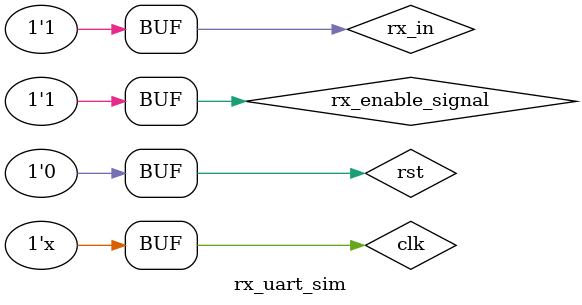
<source format=v>
`timescale 1ns / 1ps

`timescale 100ps/1ps

module rx_uart_sim(

    );

reg clk, rst, rx_in, rx_enable_signal;
wire rx_done_signal;
wire [7:0] rx_data;

initial
	begin
		clk <= 1'b0;
		rst <= 1'b1;
		rx_in <= 1'b1;
		rx_enable_signal <= 1'b0;
	end

always
    begin
      #25
      clk <= ~clk;  
    end
always
	begin
		#100
		rst <= 1'b0;
		rx_enable_signal <= 1'b1;
	end
always
	begin
		#100000
		rx_in = 0;
		#10000
		rx_in = 1;
		#10000
		rx_in = 0;
		#10000
		rx_in = 1;
		#10000
		rx_in = 0;
		#10000
		rx_in = 1;
		#10000
		rx_in = 0;
		#10000
		rx_in = 1;
		#10000
		rx_in = 0;
		#10000
		rx_in = 1;
	end

rx_uart rx_uart_inst(
	.rx_in(rx_in),
	.rx_enable_signal(rx_enable_signal),
	.clk(clk),
	.rst(rst),
	.rx_done_signal(rx_done_signal),
	.rx_data(rx_data)
	);
endmodule

</source>
